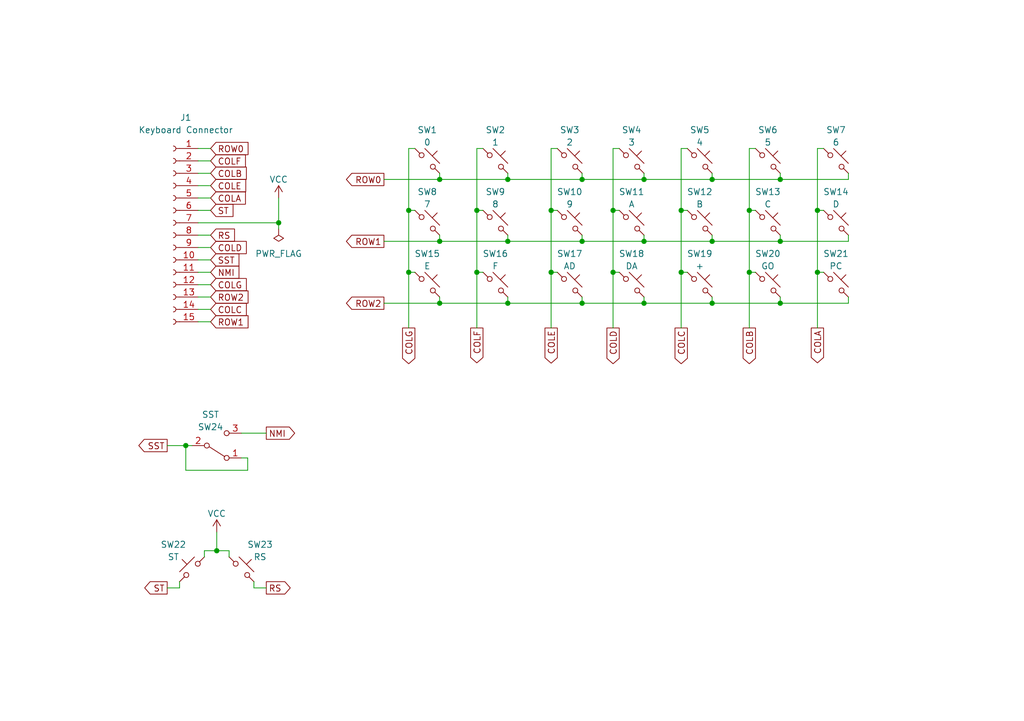
<source format=kicad_sch>
(kicad_sch (version 20230121) (generator eeschema)

  (uuid 27062ed2-288b-46f6-8f17-d81362ab4015)

  (paper "A5")

  (lib_symbols
    (symbol "Connector:Conn_01x15_Socket" (pin_names (offset 1.016) hide) (in_bom yes) (on_board yes)
      (property "Reference" "J" (at 0 20.32 0)
        (effects (font (size 1.27 1.27)))
      )
      (property "Value" "Conn_01x15_Socket" (at 0 -20.32 0)
        (effects (font (size 1.27 1.27)))
      )
      (property "Footprint" "" (at 0 0 0)
        (effects (font (size 1.27 1.27)) hide)
      )
      (property "Datasheet" "~" (at 0 0 0)
        (effects (font (size 1.27 1.27)) hide)
      )
      (property "ki_locked" "" (at 0 0 0)
        (effects (font (size 1.27 1.27)))
      )
      (property "ki_keywords" "connector" (at 0 0 0)
        (effects (font (size 1.27 1.27)) hide)
      )
      (property "ki_description" "Generic connector, single row, 01x15, script generated" (at 0 0 0)
        (effects (font (size 1.27 1.27)) hide)
      )
      (property "ki_fp_filters" "Connector*:*_1x??_*" (at 0 0 0)
        (effects (font (size 1.27 1.27)) hide)
      )
      (symbol "Conn_01x15_Socket_1_1"
        (arc (start 0 -17.272) (mid -0.5058 -17.78) (end 0 -18.288)
          (stroke (width 0.1524) (type default))
          (fill (type none))
        )
        (arc (start 0 -14.732) (mid -0.5058 -15.24) (end 0 -15.748)
          (stroke (width 0.1524) (type default))
          (fill (type none))
        )
        (arc (start 0 -12.192) (mid -0.5058 -12.7) (end 0 -13.208)
          (stroke (width 0.1524) (type default))
          (fill (type none))
        )
        (arc (start 0 -9.652) (mid -0.5058 -10.16) (end 0 -10.668)
          (stroke (width 0.1524) (type default))
          (fill (type none))
        )
        (arc (start 0 -7.112) (mid -0.5058 -7.62) (end 0 -8.128)
          (stroke (width 0.1524) (type default))
          (fill (type none))
        )
        (arc (start 0 -4.572) (mid -0.5058 -5.08) (end 0 -5.588)
          (stroke (width 0.1524) (type default))
          (fill (type none))
        )
        (arc (start 0 -2.032) (mid -0.5058 -2.54) (end 0 -3.048)
          (stroke (width 0.1524) (type default))
          (fill (type none))
        )
        (polyline
          (pts
            (xy -1.27 -17.78)
            (xy -0.508 -17.78)
          )
          (stroke (width 0.1524) (type default))
          (fill (type none))
        )
        (polyline
          (pts
            (xy -1.27 -15.24)
            (xy -0.508 -15.24)
          )
          (stroke (width 0.1524) (type default))
          (fill (type none))
        )
        (polyline
          (pts
            (xy -1.27 -12.7)
            (xy -0.508 -12.7)
          )
          (stroke (width 0.1524) (type default))
          (fill (type none))
        )
        (polyline
          (pts
            (xy -1.27 -10.16)
            (xy -0.508 -10.16)
          )
          (stroke (width 0.1524) (type default))
          (fill (type none))
        )
        (polyline
          (pts
            (xy -1.27 -7.62)
            (xy -0.508 -7.62)
          )
          (stroke (width 0.1524) (type default))
          (fill (type none))
        )
        (polyline
          (pts
            (xy -1.27 -5.08)
            (xy -0.508 -5.08)
          )
          (stroke (width 0.1524) (type default))
          (fill (type none))
        )
        (polyline
          (pts
            (xy -1.27 -2.54)
            (xy -0.508 -2.54)
          )
          (stroke (width 0.1524) (type default))
          (fill (type none))
        )
        (polyline
          (pts
            (xy -1.27 0)
            (xy -0.508 0)
          )
          (stroke (width 0.1524) (type default))
          (fill (type none))
        )
        (polyline
          (pts
            (xy -1.27 2.54)
            (xy -0.508 2.54)
          )
          (stroke (width 0.1524) (type default))
          (fill (type none))
        )
        (polyline
          (pts
            (xy -1.27 5.08)
            (xy -0.508 5.08)
          )
          (stroke (width 0.1524) (type default))
          (fill (type none))
        )
        (polyline
          (pts
            (xy -1.27 7.62)
            (xy -0.508 7.62)
          )
          (stroke (width 0.1524) (type default))
          (fill (type none))
        )
        (polyline
          (pts
            (xy -1.27 10.16)
            (xy -0.508 10.16)
          )
          (stroke (width 0.1524) (type default))
          (fill (type none))
        )
        (polyline
          (pts
            (xy -1.27 12.7)
            (xy -0.508 12.7)
          )
          (stroke (width 0.1524) (type default))
          (fill (type none))
        )
        (polyline
          (pts
            (xy -1.27 15.24)
            (xy -0.508 15.24)
          )
          (stroke (width 0.1524) (type default))
          (fill (type none))
        )
        (polyline
          (pts
            (xy -1.27 17.78)
            (xy -0.508 17.78)
          )
          (stroke (width 0.1524) (type default))
          (fill (type none))
        )
        (arc (start 0 0.508) (mid -0.5058 0) (end 0 -0.508)
          (stroke (width 0.1524) (type default))
          (fill (type none))
        )
        (arc (start 0 3.048) (mid -0.5058 2.54) (end 0 2.032)
          (stroke (width 0.1524) (type default))
          (fill (type none))
        )
        (arc (start 0 5.588) (mid -0.5058 5.08) (end 0 4.572)
          (stroke (width 0.1524) (type default))
          (fill (type none))
        )
        (arc (start 0 8.128) (mid -0.5058 7.62) (end 0 7.112)
          (stroke (width 0.1524) (type default))
          (fill (type none))
        )
        (arc (start 0 10.668) (mid -0.5058 10.16) (end 0 9.652)
          (stroke (width 0.1524) (type default))
          (fill (type none))
        )
        (arc (start 0 13.208) (mid -0.5058 12.7) (end 0 12.192)
          (stroke (width 0.1524) (type default))
          (fill (type none))
        )
        (arc (start 0 15.748) (mid -0.5058 15.24) (end 0 14.732)
          (stroke (width 0.1524) (type default))
          (fill (type none))
        )
        (arc (start 0 18.288) (mid -0.5058 17.78) (end 0 17.272)
          (stroke (width 0.1524) (type default))
          (fill (type none))
        )
        (pin passive line (at -5.08 17.78 0) (length 3.81)
          (name "Pin_1" (effects (font (size 1.27 1.27))))
          (number "1" (effects (font (size 1.27 1.27))))
        )
        (pin passive line (at -5.08 -5.08 0) (length 3.81)
          (name "Pin_10" (effects (font (size 1.27 1.27))))
          (number "10" (effects (font (size 1.27 1.27))))
        )
        (pin passive line (at -5.08 -7.62 0) (length 3.81)
          (name "Pin_11" (effects (font (size 1.27 1.27))))
          (number "11" (effects (font (size 1.27 1.27))))
        )
        (pin passive line (at -5.08 -10.16 0) (length 3.81)
          (name "Pin_12" (effects (font (size 1.27 1.27))))
          (number "12" (effects (font (size 1.27 1.27))))
        )
        (pin passive line (at -5.08 -12.7 0) (length 3.81)
          (name "Pin_13" (effects (font (size 1.27 1.27))))
          (number "13" (effects (font (size 1.27 1.27))))
        )
        (pin passive line (at -5.08 -15.24 0) (length 3.81)
          (name "Pin_14" (effects (font (size 1.27 1.27))))
          (number "14" (effects (font (size 1.27 1.27))))
        )
        (pin passive line (at -5.08 -17.78 0) (length 3.81)
          (name "Pin_15" (effects (font (size 1.27 1.27))))
          (number "15" (effects (font (size 1.27 1.27))))
        )
        (pin passive line (at -5.08 15.24 0) (length 3.81)
          (name "Pin_2" (effects (font (size 1.27 1.27))))
          (number "2" (effects (font (size 1.27 1.27))))
        )
        (pin passive line (at -5.08 12.7 0) (length 3.81)
          (name "Pin_3" (effects (font (size 1.27 1.27))))
          (number "3" (effects (font (size 1.27 1.27))))
        )
        (pin passive line (at -5.08 10.16 0) (length 3.81)
          (name "Pin_4" (effects (font (size 1.27 1.27))))
          (number "4" (effects (font (size 1.27 1.27))))
        )
        (pin passive line (at -5.08 7.62 0) (length 3.81)
          (name "Pin_5" (effects (font (size 1.27 1.27))))
          (number "5" (effects (font (size 1.27 1.27))))
        )
        (pin passive line (at -5.08 5.08 0) (length 3.81)
          (name "Pin_6" (effects (font (size 1.27 1.27))))
          (number "6" (effects (font (size 1.27 1.27))))
        )
        (pin passive line (at -5.08 2.54 0) (length 3.81)
          (name "Pin_7" (effects (font (size 1.27 1.27))))
          (number "7" (effects (font (size 1.27 1.27))))
        )
        (pin passive line (at -5.08 0 0) (length 3.81)
          (name "Pin_8" (effects (font (size 1.27 1.27))))
          (number "8" (effects (font (size 1.27 1.27))))
        )
        (pin passive line (at -5.08 -2.54 0) (length 3.81)
          (name "Pin_9" (effects (font (size 1.27 1.27))))
          (number "9" (effects (font (size 1.27 1.27))))
        )
      )
    )
    (symbol "Switch:SW_Push_45deg" (pin_numbers hide) (pin_names (offset 1.016) hide) (in_bom yes) (on_board yes)
      (property "Reference" "SW" (at 3.048 1.016 0)
        (effects (font (size 1.27 1.27)) (justify left))
      )
      (property "Value" "SW_Push_45deg" (at 0 -3.81 0)
        (effects (font (size 1.27 1.27)))
      )
      (property "Footprint" "" (at 0 0 0)
        (effects (font (size 1.27 1.27)) hide)
      )
      (property "Datasheet" "~" (at 0 0 0)
        (effects (font (size 1.27 1.27)) hide)
      )
      (property "ki_keywords" "switch normally-open pushbutton push-button" (at 0 0 0)
        (effects (font (size 1.27 1.27)) hide)
      )
      (property "ki_description" "Push button switch, normally open, two pins, 45° tilted" (at 0 0 0)
        (effects (font (size 1.27 1.27)) hide)
      )
      (symbol "SW_Push_45deg_0_1"
        (circle (center -1.1684 1.1684) (radius 0.508)
          (stroke (width 0) (type default))
          (fill (type none))
        )
        (polyline
          (pts
            (xy -0.508 2.54)
            (xy 2.54 -0.508)
          )
          (stroke (width 0) (type default))
          (fill (type none))
        )
        (polyline
          (pts
            (xy 1.016 1.016)
            (xy 2.032 2.032)
          )
          (stroke (width 0) (type default))
          (fill (type none))
        )
        (polyline
          (pts
            (xy -2.54 2.54)
            (xy -1.524 1.524)
            (xy -1.524 1.524)
          )
          (stroke (width 0) (type default))
          (fill (type none))
        )
        (polyline
          (pts
            (xy 1.524 -1.524)
            (xy 2.54 -2.54)
            (xy 2.54 -2.54)
            (xy 2.54 -2.54)
          )
          (stroke (width 0) (type default))
          (fill (type none))
        )
        (circle (center 1.143 -1.1938) (radius 0.508)
          (stroke (width 0) (type default))
          (fill (type none))
        )
        (pin passive line (at -2.54 2.54 0) (length 0)
          (name "1" (effects (font (size 1.27 1.27))))
          (number "1" (effects (font (size 1.27 1.27))))
        )
        (pin passive line (at 2.54 -2.54 180) (length 0)
          (name "2" (effects (font (size 1.27 1.27))))
          (number "2" (effects (font (size 1.27 1.27))))
        )
      )
    )
    (symbol "Switch:SW_SPDT" (pin_names (offset 0) hide) (in_bom yes) (on_board yes)
      (property "Reference" "SW" (at 0 4.318 0)
        (effects (font (size 1.27 1.27)))
      )
      (property "Value" "SW_SPDT" (at 0 -5.08 0)
        (effects (font (size 1.27 1.27)))
      )
      (property "Footprint" "" (at 0 0 0)
        (effects (font (size 1.27 1.27)) hide)
      )
      (property "Datasheet" "~" (at 0 0 0)
        (effects (font (size 1.27 1.27)) hide)
      )
      (property "ki_keywords" "switch single-pole double-throw spdt ON-ON" (at 0 0 0)
        (effects (font (size 1.27 1.27)) hide)
      )
      (property "ki_description" "Switch, single pole double throw" (at 0 0 0)
        (effects (font (size 1.27 1.27)) hide)
      )
      (symbol "SW_SPDT_0_0"
        (circle (center -2.032 0) (radius 0.508)
          (stroke (width 0) (type default))
          (fill (type none))
        )
        (circle (center 2.032 -2.54) (radius 0.508)
          (stroke (width 0) (type default))
          (fill (type none))
        )
      )
      (symbol "SW_SPDT_0_1"
        (polyline
          (pts
            (xy -1.524 0.254)
            (xy 1.651 2.286)
          )
          (stroke (width 0) (type default))
          (fill (type none))
        )
        (circle (center 2.032 2.54) (radius 0.508)
          (stroke (width 0) (type default))
          (fill (type none))
        )
      )
      (symbol "SW_SPDT_1_1"
        (pin passive line (at 5.08 2.54 180) (length 2.54)
          (name "A" (effects (font (size 1.27 1.27))))
          (number "1" (effects (font (size 1.27 1.27))))
        )
        (pin passive line (at -5.08 0 0) (length 2.54)
          (name "B" (effects (font (size 1.27 1.27))))
          (number "2" (effects (font (size 1.27 1.27))))
        )
        (pin passive line (at 5.08 -2.54 180) (length 2.54)
          (name "C" (effects (font (size 1.27 1.27))))
          (number "3" (effects (font (size 1.27 1.27))))
        )
      )
    )
    (symbol "power:PWR_FLAG" (power) (pin_numbers hide) (pin_names (offset 0) hide) (in_bom yes) (on_board yes)
      (property "Reference" "#FLG" (at 0 1.905 0)
        (effects (font (size 1.27 1.27)) hide)
      )
      (property "Value" "PWR_FLAG" (at 0 3.81 0)
        (effects (font (size 1.27 1.27)))
      )
      (property "Footprint" "" (at 0 0 0)
        (effects (font (size 1.27 1.27)) hide)
      )
      (property "Datasheet" "~" (at 0 0 0)
        (effects (font (size 1.27 1.27)) hide)
      )
      (property "ki_keywords" "flag power" (at 0 0 0)
        (effects (font (size 1.27 1.27)) hide)
      )
      (property "ki_description" "Special symbol for telling ERC where power comes from" (at 0 0 0)
        (effects (font (size 1.27 1.27)) hide)
      )
      (symbol "PWR_FLAG_0_0"
        (pin power_out line (at 0 0 90) (length 0)
          (name "pwr" (effects (font (size 1.27 1.27))))
          (number "1" (effects (font (size 1.27 1.27))))
        )
      )
      (symbol "PWR_FLAG_0_1"
        (polyline
          (pts
            (xy 0 0)
            (xy 0 1.27)
            (xy -1.016 1.905)
            (xy 0 2.54)
            (xy 1.016 1.905)
            (xy 0 1.27)
          )
          (stroke (width 0) (type default))
          (fill (type none))
        )
      )
    )
    (symbol "power:VCC" (power) (pin_names (offset 0)) (in_bom yes) (on_board yes)
      (property "Reference" "#PWR" (at 0 -3.81 0)
        (effects (font (size 1.27 1.27)) hide)
      )
      (property "Value" "VCC" (at 0 3.81 0)
        (effects (font (size 1.27 1.27)))
      )
      (property "Footprint" "" (at 0 0 0)
        (effects (font (size 1.27 1.27)) hide)
      )
      (property "Datasheet" "" (at 0 0 0)
        (effects (font (size 1.27 1.27)) hide)
      )
      (property "ki_keywords" "global power" (at 0 0 0)
        (effects (font (size 1.27 1.27)) hide)
      )
      (property "ki_description" "Power symbol creates a global label with name \"VCC\"" (at 0 0 0)
        (effects (font (size 1.27 1.27)) hide)
      )
      (symbol "VCC_0_1"
        (polyline
          (pts
            (xy -0.762 1.27)
            (xy 0 2.54)
          )
          (stroke (width 0) (type default))
          (fill (type none))
        )
        (polyline
          (pts
            (xy 0 0)
            (xy 0 2.54)
          )
          (stroke (width 0) (type default))
          (fill (type none))
        )
        (polyline
          (pts
            (xy 0 2.54)
            (xy 0.762 1.27)
          )
          (stroke (width 0) (type default))
          (fill (type none))
        )
      )
      (symbol "VCC_1_1"
        (pin power_in line (at 0 0 90) (length 0) hide
          (name "VCC" (effects (font (size 1.27 1.27))))
          (number "1" (effects (font (size 1.27 1.27))))
        )
      )
    )
  )

  (junction (at 153.67 43.18) (diameter 0) (color 0 0 0 0)
    (uuid 118c1b4d-7d48-4309-b206-e3cd1ff363aa)
  )
  (junction (at 104.14 62.23) (diameter 0) (color 0 0 0 0)
    (uuid 16fe0a89-30c6-4533-8d7b-ceb4148d0f05)
  )
  (junction (at 132.08 62.23) (diameter 0) (color 0 0 0 0)
    (uuid 32aecede-49bf-46b0-9676-c043cc4f2421)
  )
  (junction (at 167.64 43.18) (diameter 0) (color 0 0 0 0)
    (uuid 335717b3-e8bd-4328-a20d-007953d43cc3)
  )
  (junction (at 119.38 49.53) (diameter 0) (color 0 0 0 0)
    (uuid 4996771c-abab-4d55-92ca-e1a6f76447f4)
  )
  (junction (at 153.67 55.88) (diameter 0) (color 0 0 0 0)
    (uuid 49ec5884-d59a-4350-9dbb-c91f7f0fd990)
  )
  (junction (at 160.02 49.53) (diameter 0) (color 0 0 0 0)
    (uuid 529f337d-4426-4745-a4b0-19b2d884a997)
  )
  (junction (at 90.17 36.83) (diameter 0) (color 0 0 0 0)
    (uuid 58050efb-9163-4737-a862-e267226d38f0)
  )
  (junction (at 119.38 36.83) (diameter 0) (color 0 0 0 0)
    (uuid 58f65e17-1fdf-4096-a679-8a2a46b1b133)
  )
  (junction (at 83.82 55.88) (diameter 0) (color 0 0 0 0)
    (uuid 5b065ce3-52a7-4cc0-8377-5b338e212bfa)
  )
  (junction (at 139.7 43.18) (diameter 0) (color 0 0 0 0)
    (uuid 5c3ae8dc-1f2e-42c6-b74d-e448092195e4)
  )
  (junction (at 104.14 36.83) (diameter 0) (color 0 0 0 0)
    (uuid 6c90c634-7bbd-47a2-8c76-a0aa55020d61)
  )
  (junction (at 57.15 45.72) (diameter 0) (color 0 0 0 0)
    (uuid 6d5c1b8b-cccb-42bf-a108-c316c436f5f1)
  )
  (junction (at 97.79 55.88) (diameter 0) (color 0 0 0 0)
    (uuid 6faf1faa-dc93-436c-a05d-2001fba10603)
  )
  (junction (at 146.05 36.83) (diameter 0) (color 0 0 0 0)
    (uuid 73d51824-ff97-484e-9fe2-e471ef30f21d)
  )
  (junction (at 167.64 55.88) (diameter 0) (color 0 0 0 0)
    (uuid 838842bd-38f2-4147-b511-53f2a6083e41)
  )
  (junction (at 119.38 62.23) (diameter 0) (color 0 0 0 0)
    (uuid 86873090-82c0-410d-86cb-4f7f1f108b81)
  )
  (junction (at 83.82 43.18) (diameter 0) (color 0 0 0 0)
    (uuid 9aeb7daa-4ad6-481f-83e9-31299341a38e)
  )
  (junction (at 132.08 49.53) (diameter 0) (color 0 0 0 0)
    (uuid 9f6b2c18-dee7-47e1-b35a-7390df3c8f16)
  )
  (junction (at 132.08 36.83) (diameter 0) (color 0 0 0 0)
    (uuid a0c2eb3d-7b8f-4464-ad5d-710ec2dc7ce7)
  )
  (junction (at 44.45 113.03) (diameter 0) (color 0 0 0 0)
    (uuid a0cf325e-d54d-4604-a082-25688f63808f)
  )
  (junction (at 125.73 43.18) (diameter 0) (color 0 0 0 0)
    (uuid a2b66910-c6ab-42d2-b88a-8e2a0832ea80)
  )
  (junction (at 113.03 43.18) (diameter 0) (color 0 0 0 0)
    (uuid ba5c8ca4-8620-4632-b324-b0d1042bdff5)
  )
  (junction (at 104.14 49.53) (diameter 0) (color 0 0 0 0)
    (uuid c1c03595-9e15-44d7-bd79-0e951339a306)
  )
  (junction (at 113.03 55.88) (diameter 0) (color 0 0 0 0)
    (uuid c8af0db6-7123-4e4b-b310-31371c29f671)
  )
  (junction (at 146.05 49.53) (diameter 0) (color 0 0 0 0)
    (uuid d5e197e4-676d-4c5e-b824-817eebcae25e)
  )
  (junction (at 125.73 55.88) (diameter 0) (color 0 0 0 0)
    (uuid d6676e60-5820-458d-8089-d448cd45c0ba)
  )
  (junction (at 38.1 91.44) (diameter 0) (color 0 0 0 0)
    (uuid d77d28be-e738-401a-bdf9-4c28b93c2eda)
  )
  (junction (at 160.02 62.23) (diameter 0) (color 0 0 0 0)
    (uuid d7fb1863-8795-4764-9c63-3f26be30e837)
  )
  (junction (at 97.79 43.18) (diameter 0) (color 0 0 0 0)
    (uuid e31b42a1-bf75-439d-b490-b3be0dc7bf55)
  )
  (junction (at 139.7 55.88) (diameter 0) (color 0 0 0 0)
    (uuid e7f97347-c8d1-4a31-b73c-a235de1fd490)
  )
  (junction (at 146.05 62.23) (diameter 0) (color 0 0 0 0)
    (uuid e90d236d-ce28-4448-8a36-331d240fae36)
  )
  (junction (at 160.02 36.83) (diameter 0) (color 0 0 0 0)
    (uuid ee5ca9b9-8938-4055-bf25-0bedf34ea98f)
  )
  (junction (at 90.17 62.23) (diameter 0) (color 0 0 0 0)
    (uuid f10121ea-76a9-41a4-ab64-83d09ea56518)
  )
  (junction (at 90.17 49.53) (diameter 0) (color 0 0 0 0)
    (uuid fdfc58ec-0100-4954-b3e5-8fb4cbd88664)
  )

  (wire (pts (xy 113.03 43.18) (xy 113.03 55.88))
    (stroke (width 0) (type default))
    (uuid 054c5f27-eeb2-4f06-a9d2-3e1aec7433f7)
  )
  (wire (pts (xy 38.1 96.52) (xy 50.8 96.52))
    (stroke (width 0) (type default))
    (uuid 05f0ed48-793f-4857-82b8-7c947f5b17bb)
  )
  (wire (pts (xy 140.97 30.48) (xy 139.7 30.48))
    (stroke (width 0) (type default))
    (uuid 063a87c2-15d3-4312-999f-050a6b804a45)
  )
  (wire (pts (xy 160.02 48.26) (xy 160.02 49.53))
    (stroke (width 0) (type default))
    (uuid 0660d3a3-c8d8-4870-b349-e21a7e55cfa5)
  )
  (wire (pts (xy 40.64 53.34) (xy 43.18 53.34))
    (stroke (width 0) (type default))
    (uuid 08136fe9-523c-4dc9-a487-6b6e8bd32792)
  )
  (wire (pts (xy 54.61 120.65) (xy 52.07 120.65))
    (stroke (width 0) (type default))
    (uuid 086f836e-c1f4-400b-b3b6-065a9a954b30)
  )
  (wire (pts (xy 41.91 114.3) (xy 41.91 113.03))
    (stroke (width 0) (type default))
    (uuid 0a7a82eb-ce7d-4fdf-bfce-ad43d7feb96c)
  )
  (wire (pts (xy 104.14 48.26) (xy 104.14 49.53))
    (stroke (width 0) (type default))
    (uuid 0b96e418-7c58-4b8c-b021-287d787c3579)
  )
  (wire (pts (xy 34.29 120.65) (xy 36.83 120.65))
    (stroke (width 0) (type default))
    (uuid 0c07402f-e787-4dba-ae4c-417fd5b61a25)
  )
  (wire (pts (xy 127 30.48) (xy 125.73 30.48))
    (stroke (width 0) (type default))
    (uuid 1069ee40-abd5-4f03-89c8-7c9df656562c)
  )
  (wire (pts (xy 173.99 36.83) (xy 173.99 35.56))
    (stroke (width 0) (type default))
    (uuid 1076b2e6-060d-435a-90d6-f48aa3be2df2)
  )
  (wire (pts (xy 146.05 36.83) (xy 160.02 36.83))
    (stroke (width 0) (type default))
    (uuid 116511d4-34d8-4f8c-8f2d-d921d177390f)
  )
  (wire (pts (xy 83.82 55.88) (xy 85.09 55.88))
    (stroke (width 0) (type default))
    (uuid 126667d8-5ecc-4fcd-a277-670f3a3075d2)
  )
  (wire (pts (xy 168.91 30.48) (xy 167.64 30.48))
    (stroke (width 0) (type default))
    (uuid 140f9dc0-cedf-4a81-8e2e-f59507cf300a)
  )
  (wire (pts (xy 90.17 36.83) (xy 104.14 36.83))
    (stroke (width 0) (type default))
    (uuid 15b7f70f-7cf0-449e-8cad-54652e123415)
  )
  (wire (pts (xy 104.14 35.56) (xy 104.14 36.83))
    (stroke (width 0) (type default))
    (uuid 18cb6647-8096-4fcb-b4bc-2075a0be9654)
  )
  (wire (pts (xy 40.64 40.64) (xy 43.18 40.64))
    (stroke (width 0) (type default))
    (uuid 191837c6-763b-45e8-8981-02be16878a76)
  )
  (wire (pts (xy 40.64 55.88) (xy 43.18 55.88))
    (stroke (width 0) (type default))
    (uuid 1c09ae19-40b6-4f0e-94eb-97e8176f5cd2)
  )
  (wire (pts (xy 57.15 45.72) (xy 57.15 40.64))
    (stroke (width 0) (type default))
    (uuid 1cc98f37-f71c-4c75-be4a-04c0a4c62c61)
  )
  (wire (pts (xy 40.64 38.1) (xy 43.18 38.1))
    (stroke (width 0) (type default))
    (uuid 1fbb0033-145c-474f-a3c1-7aa4136d22e8)
  )
  (wire (pts (xy 104.14 36.83) (xy 119.38 36.83))
    (stroke (width 0) (type default))
    (uuid 203e628b-2369-4a53-971e-4b28371fe3a7)
  )
  (wire (pts (xy 139.7 43.18) (xy 140.97 43.18))
    (stroke (width 0) (type default))
    (uuid 21f09545-d0cd-43ac-aa6f-687c4bb3fcf4)
  )
  (wire (pts (xy 85.09 30.48) (xy 83.82 30.48))
    (stroke (width 0) (type default))
    (uuid 2422ae27-50ff-4a59-9c15-60a37efd7dc9)
  )
  (wire (pts (xy 50.8 93.98) (xy 49.53 93.98))
    (stroke (width 0) (type default))
    (uuid 29b8b015-9aab-4b7d-99be-c2c2107f1061)
  )
  (wire (pts (xy 153.67 30.48) (xy 153.67 43.18))
    (stroke (width 0) (type default))
    (uuid 2c3f6f68-445e-46dd-85f9-2747d6a5a384)
  )
  (wire (pts (xy 125.73 43.18) (xy 127 43.18))
    (stroke (width 0) (type default))
    (uuid 368fde8e-c82f-4d20-a751-f19f169a6ef7)
  )
  (wire (pts (xy 34.29 91.44) (xy 38.1 91.44))
    (stroke (width 0) (type default))
    (uuid 38095ad6-75b2-4e14-b7c2-fdec6253ab7a)
  )
  (wire (pts (xy 139.7 55.88) (xy 140.97 55.88))
    (stroke (width 0) (type default))
    (uuid 3b44d78f-d4b5-4333-84e7-fa059db50e07)
  )
  (wire (pts (xy 167.64 55.88) (xy 167.64 67.31))
    (stroke (width 0) (type default))
    (uuid 43353ca5-4774-4649-8bb2-123a66c87d78)
  )
  (wire (pts (xy 113.03 55.88) (xy 114.3 55.88))
    (stroke (width 0) (type default))
    (uuid 4424e61a-e399-462f-8cbc-4d240fee6a5f)
  )
  (wire (pts (xy 153.67 43.18) (xy 154.94 43.18))
    (stroke (width 0) (type default))
    (uuid 494f5f36-3079-4894-91dc-d7740d90908c)
  )
  (wire (pts (xy 132.08 48.26) (xy 132.08 49.53))
    (stroke (width 0) (type default))
    (uuid 4c0d8861-c310-4b35-a870-5f7a5dd1a27a)
  )
  (wire (pts (xy 125.73 55.88) (xy 127 55.88))
    (stroke (width 0) (type default))
    (uuid 4d94fc9d-eb47-4f11-a162-b21c01889ef9)
  )
  (wire (pts (xy 132.08 62.23) (xy 146.05 62.23))
    (stroke (width 0) (type default))
    (uuid 4f1e60c6-5f68-456f-91b0-bebcfb419ab2)
  )
  (wire (pts (xy 153.67 43.18) (xy 153.67 55.88))
    (stroke (width 0) (type default))
    (uuid 51a07439-6756-4984-9519-fa6a29384669)
  )
  (wire (pts (xy 57.15 45.72) (xy 57.15 46.99))
    (stroke (width 0) (type default))
    (uuid 522c0f5c-6f27-447f-97ec-349b55fd0b70)
  )
  (wire (pts (xy 113.03 30.48) (xy 113.03 43.18))
    (stroke (width 0) (type default))
    (uuid 568530ef-7d9b-407e-9d52-c25dc37ddd9c)
  )
  (wire (pts (xy 167.64 55.88) (xy 168.91 55.88))
    (stroke (width 0) (type default))
    (uuid 570fe4bd-0cb8-4a93-8792-53674cf501c7)
  )
  (wire (pts (xy 83.82 43.18) (xy 85.09 43.18))
    (stroke (width 0) (type default))
    (uuid 5a0eefc2-344b-4569-8c1f-5fa60ad4e6d7)
  )
  (wire (pts (xy 119.38 48.26) (xy 119.38 49.53))
    (stroke (width 0) (type default))
    (uuid 5a2c7ddc-d9f2-4c54-82af-c671bb1487bc)
  )
  (wire (pts (xy 146.05 35.56) (xy 146.05 36.83))
    (stroke (width 0) (type default))
    (uuid 5c5d5701-2fc1-4437-bcb5-38b3e8c878be)
  )
  (wire (pts (xy 40.64 30.48) (xy 43.18 30.48))
    (stroke (width 0) (type default))
    (uuid 62b5d880-fe4d-48f4-acd7-8d431bfc51b2)
  )
  (wire (pts (xy 40.64 58.42) (xy 43.18 58.42))
    (stroke (width 0) (type default))
    (uuid 660c413b-5921-4f6c-aa1f-de0ea3e21003)
  )
  (wire (pts (xy 40.64 33.02) (xy 43.18 33.02))
    (stroke (width 0) (type default))
    (uuid 665bc41b-1fa6-4c07-b170-9a33c8371e61)
  )
  (wire (pts (xy 132.08 35.56) (xy 132.08 36.83))
    (stroke (width 0) (type default))
    (uuid 68f111e2-808a-4353-81e8-63267125dfcb)
  )
  (wire (pts (xy 40.64 63.5) (xy 43.18 63.5))
    (stroke (width 0) (type default))
    (uuid 6bad96d1-f51a-4c40-800a-34c00f4ece41)
  )
  (wire (pts (xy 104.14 49.53) (xy 119.38 49.53))
    (stroke (width 0) (type default))
    (uuid 6cf79d4b-c625-4c50-b527-2a8de1bf938b)
  )
  (wire (pts (xy 125.73 43.18) (xy 125.73 55.88))
    (stroke (width 0) (type default))
    (uuid 6f473061-1d74-482e-a844-223e289ab81f)
  )
  (wire (pts (xy 97.79 55.88) (xy 99.06 55.88))
    (stroke (width 0) (type default))
    (uuid 7210fdd0-ee01-4611-af84-124ff6e8b855)
  )
  (wire (pts (xy 139.7 43.18) (xy 139.7 55.88))
    (stroke (width 0) (type default))
    (uuid 7606452e-9c9c-4bf7-bdbd-da88e100fd5e)
  )
  (wire (pts (xy 119.38 60.96) (xy 119.38 62.23))
    (stroke (width 0) (type default))
    (uuid 76f50890-362c-4f87-bedd-a3f19f025d17)
  )
  (wire (pts (xy 154.94 30.48) (xy 153.67 30.48))
    (stroke (width 0) (type default))
    (uuid 77c1e75c-eea0-49d3-a7ab-c93368c2eed9)
  )
  (wire (pts (xy 104.14 62.23) (xy 119.38 62.23))
    (stroke (width 0) (type default))
    (uuid 79237046-e926-41bc-beca-3f6442078cd3)
  )
  (wire (pts (xy 44.45 109.22) (xy 44.45 113.03))
    (stroke (width 0) (type default))
    (uuid 7a8c3f1f-59bb-4c77-b09a-5ea921136184)
  )
  (wire (pts (xy 90.17 62.23) (xy 104.14 62.23))
    (stroke (width 0) (type default))
    (uuid 7d13f9a7-6ebc-4973-ae1c-18849ef07f8d)
  )
  (wire (pts (xy 97.79 30.48) (xy 97.79 43.18))
    (stroke (width 0) (type default))
    (uuid 819039a1-f038-426e-baab-aa810931f7c5)
  )
  (wire (pts (xy 90.17 60.96) (xy 90.17 62.23))
    (stroke (width 0) (type default))
    (uuid 835d9e4d-8b5a-4ed8-ae9b-1d0994ef05d3)
  )
  (wire (pts (xy 83.82 30.48) (xy 83.82 43.18))
    (stroke (width 0) (type default))
    (uuid 8982bfde-4874-43cd-8723-33a4a1e7de19)
  )
  (wire (pts (xy 167.64 30.48) (xy 167.64 43.18))
    (stroke (width 0) (type default))
    (uuid 89ef6911-4b93-4c94-9532-20503309f1da)
  )
  (wire (pts (xy 78.74 36.83) (xy 90.17 36.83))
    (stroke (width 0) (type default))
    (uuid 8bb2e6d5-e141-4bfa-88e0-41ae490b31a8)
  )
  (wire (pts (xy 40.64 35.56) (xy 43.18 35.56))
    (stroke (width 0) (type default))
    (uuid 8d7e7646-daf0-4405-af86-dc4517feb80f)
  )
  (wire (pts (xy 90.17 49.53) (xy 104.14 49.53))
    (stroke (width 0) (type default))
    (uuid 8f223ec9-7eae-4820-8313-e4e5ac32b11e)
  )
  (wire (pts (xy 39.37 91.44) (xy 38.1 91.44))
    (stroke (width 0) (type default))
    (uuid 957cdd66-5bd7-4435-9b5b-68651cb64763)
  )
  (wire (pts (xy 97.79 43.18) (xy 99.06 43.18))
    (stroke (width 0) (type default))
    (uuid 95c7f01b-994f-4bfa-8772-a07ad407f9b6)
  )
  (wire (pts (xy 99.06 30.48) (xy 97.79 30.48))
    (stroke (width 0) (type default))
    (uuid 95d37c37-74ff-4e3e-adc9-6dd56132aa95)
  )
  (wire (pts (xy 97.79 55.88) (xy 97.79 67.31))
    (stroke (width 0) (type default))
    (uuid 97183232-9090-4aa8-aa20-4813ca68a44a)
  )
  (wire (pts (xy 113.03 43.18) (xy 114.3 43.18))
    (stroke (width 0) (type default))
    (uuid 97acbb48-5d30-49c4-a36b-6bc18341aa2e)
  )
  (wire (pts (xy 160.02 60.96) (xy 160.02 62.23))
    (stroke (width 0) (type default))
    (uuid 989acb85-5413-4958-8862-47a2b0a7ced9)
  )
  (wire (pts (xy 132.08 60.96) (xy 132.08 62.23))
    (stroke (width 0) (type default))
    (uuid 99ff46ca-fd1f-4972-92d2-3def120cf7ee)
  )
  (wire (pts (xy 119.38 49.53) (xy 132.08 49.53))
    (stroke (width 0) (type default))
    (uuid 9ad39997-4ca3-40e1-9c4d-7c34e42c1b73)
  )
  (wire (pts (xy 113.03 55.88) (xy 113.03 67.31))
    (stroke (width 0) (type default))
    (uuid 9d22fc02-997f-49e7-a706-ede012ef5cb7)
  )
  (wire (pts (xy 44.45 113.03) (xy 46.99 113.03))
    (stroke (width 0) (type default))
    (uuid a11d31ab-ff0a-4432-ad05-44915eb5baa5)
  )
  (wire (pts (xy 49.53 88.9) (xy 54.61 88.9))
    (stroke (width 0) (type default))
    (uuid a1bd3d24-5842-49d8-afbd-02ef40f9b1b9)
  )
  (wire (pts (xy 83.82 55.88) (xy 83.82 67.31))
    (stroke (width 0) (type default))
    (uuid a5387061-f6ec-44cf-9fd1-55a5d924528f)
  )
  (wire (pts (xy 119.38 35.56) (xy 119.38 36.83))
    (stroke (width 0) (type default))
    (uuid a6d51e9d-91db-49bf-ad9e-34c38fe5fcfa)
  )
  (wire (pts (xy 132.08 49.53) (xy 146.05 49.53))
    (stroke (width 0) (type default))
    (uuid a7ad3730-5a26-4ddd-adeb-a6c323234c85)
  )
  (wire (pts (xy 146.05 60.96) (xy 146.05 62.23))
    (stroke (width 0) (type default))
    (uuid ad27a3d7-de03-483b-8ee0-771b4356e438)
  )
  (wire (pts (xy 173.99 62.23) (xy 173.99 60.96))
    (stroke (width 0) (type default))
    (uuid ad4766b1-d759-40ec-a4e5-f8d5f9e13bc0)
  )
  (wire (pts (xy 153.67 55.88) (xy 154.94 55.88))
    (stroke (width 0) (type default))
    (uuid adff55c3-6d08-48a1-a7c6-89e56b5fc925)
  )
  (wire (pts (xy 40.64 50.8) (xy 43.18 50.8))
    (stroke (width 0) (type default))
    (uuid af9880b0-64e2-4848-975c-3ebbac652884)
  )
  (wire (pts (xy 125.73 55.88) (xy 125.73 67.31))
    (stroke (width 0) (type default))
    (uuid b0fe9bb9-12a7-420f-85a8-6860c195af93)
  )
  (wire (pts (xy 139.7 30.48) (xy 139.7 43.18))
    (stroke (width 0) (type default))
    (uuid bbe811bd-4e82-4ba4-af28-73c0493f7ec4)
  )
  (wire (pts (xy 40.64 43.18) (xy 43.18 43.18))
    (stroke (width 0) (type default))
    (uuid be202a30-0f3d-4de0-ab92-4b5965b5f619)
  )
  (wire (pts (xy 78.74 49.53) (xy 90.17 49.53))
    (stroke (width 0) (type default))
    (uuid c1d89448-1be7-4e3a-ba7f-7ef79db9d24d)
  )
  (wire (pts (xy 132.08 36.83) (xy 146.05 36.83))
    (stroke (width 0) (type default))
    (uuid c27e466e-1f6b-4afe-aaf3-547bc591d4f2)
  )
  (wire (pts (xy 167.64 43.18) (xy 167.64 55.88))
    (stroke (width 0) (type default))
    (uuid c587104e-7ede-4485-bf92-d01e64a2d921)
  )
  (wire (pts (xy 46.99 113.03) (xy 46.99 114.3))
    (stroke (width 0) (type default))
    (uuid c83a66c0-fd5f-4202-bd02-1b2656ce6831)
  )
  (wire (pts (xy 173.99 49.53) (xy 173.99 48.26))
    (stroke (width 0) (type default))
    (uuid cbac2b96-2218-472e-a397-dc6f658aad14)
  )
  (wire (pts (xy 119.38 36.83) (xy 132.08 36.83))
    (stroke (width 0) (type default))
    (uuid cc97a5d7-5772-4a1b-b06e-8e60d623f6ed)
  )
  (wire (pts (xy 160.02 36.83) (xy 173.99 36.83))
    (stroke (width 0) (type default))
    (uuid cdd4f690-9617-4154-a8ec-07135e66ac22)
  )
  (wire (pts (xy 125.73 30.48) (xy 125.73 43.18))
    (stroke (width 0) (type default))
    (uuid ce22ba5b-b250-4a22-abf5-dc6fa44624b2)
  )
  (wire (pts (xy 153.67 55.88) (xy 153.67 67.31))
    (stroke (width 0) (type default))
    (uuid cfbf3b62-0f3d-4670-9b42-d8c151cb2b08)
  )
  (wire (pts (xy 40.64 45.72) (xy 57.15 45.72))
    (stroke (width 0) (type default))
    (uuid d26f526a-fabe-4ea3-8f91-a89690126278)
  )
  (wire (pts (xy 167.64 43.18) (xy 168.91 43.18))
    (stroke (width 0) (type default))
    (uuid d2b703ac-0523-4015-b83b-580a8a9fdce9)
  )
  (wire (pts (xy 160.02 35.56) (xy 160.02 36.83))
    (stroke (width 0) (type default))
    (uuid d7ca8dc3-79fa-401b-8ef8-b2003f72a854)
  )
  (wire (pts (xy 160.02 62.23) (xy 173.99 62.23))
    (stroke (width 0) (type default))
    (uuid d938d941-564c-4a16-8050-f65c3911ea38)
  )
  (wire (pts (xy 50.8 96.52) (xy 50.8 93.98))
    (stroke (width 0) (type default))
    (uuid dbbb89f6-cf8e-432f-8ad3-413ebb6baf0a)
  )
  (wire (pts (xy 146.05 49.53) (xy 160.02 49.53))
    (stroke (width 0) (type default))
    (uuid dd3e0c76-10e5-4ac2-975f-670990c3d62e)
  )
  (wire (pts (xy 40.64 60.96) (xy 43.18 60.96))
    (stroke (width 0) (type default))
    (uuid debf3749-fe16-4e67-9aa6-7c0856479f9a)
  )
  (wire (pts (xy 52.07 120.65) (xy 52.07 119.38))
    (stroke (width 0) (type default))
    (uuid df4629e6-d1f4-4943-bfc6-c6cc1891fb61)
  )
  (wire (pts (xy 97.79 43.18) (xy 97.79 55.88))
    (stroke (width 0) (type default))
    (uuid e0e76114-b149-4383-b8dc-106968cc9b8d)
  )
  (wire (pts (xy 90.17 48.26) (xy 90.17 49.53))
    (stroke (width 0) (type default))
    (uuid e215aaeb-aa5d-4f15-a678-ff73adade629)
  )
  (wire (pts (xy 146.05 48.26) (xy 146.05 49.53))
    (stroke (width 0) (type default))
    (uuid e640e233-43af-48dc-85d5-fe376c36a4d8)
  )
  (wire (pts (xy 78.74 62.23) (xy 90.17 62.23))
    (stroke (width 0) (type default))
    (uuid e81f813f-3e2d-45a2-81bb-08c21d9cef2e)
  )
  (wire (pts (xy 119.38 62.23) (xy 132.08 62.23))
    (stroke (width 0) (type default))
    (uuid ec02df22-8d4b-44f6-9b26-ae0d5d016cb8)
  )
  (wire (pts (xy 36.83 120.65) (xy 36.83 119.38))
    (stroke (width 0) (type default))
    (uuid ec459c80-2874-48c8-8ad8-44e1954d0310)
  )
  (wire (pts (xy 83.82 43.18) (xy 83.82 55.88))
    (stroke (width 0) (type default))
    (uuid ec650674-ad3b-4460-b467-51802ed96614)
  )
  (wire (pts (xy 114.3 30.48) (xy 113.03 30.48))
    (stroke (width 0) (type default))
    (uuid ef50cc33-3ab6-4339-8890-27e353e356bb)
  )
  (wire (pts (xy 40.64 66.04) (xy 43.18 66.04))
    (stroke (width 0) (type default))
    (uuid f1c6889b-f800-412f-8488-60e67a9a4989)
  )
  (wire (pts (xy 38.1 91.44) (xy 38.1 96.52))
    (stroke (width 0) (type default))
    (uuid f2b986ed-edb6-490b-b3a1-95327dff98a5)
  )
  (wire (pts (xy 90.17 35.56) (xy 90.17 36.83))
    (stroke (width 0) (type default))
    (uuid f36aceae-ea20-496e-9bc9-1ef06794d4f1)
  )
  (wire (pts (xy 104.14 60.96) (xy 104.14 62.23))
    (stroke (width 0) (type default))
    (uuid f3a22725-e3c4-4107-a133-7811b8871aee)
  )
  (wire (pts (xy 139.7 55.88) (xy 139.7 67.31))
    (stroke (width 0) (type default))
    (uuid f461024b-6610-4527-822d-4e35081bb41b)
  )
  (wire (pts (xy 41.91 113.03) (xy 44.45 113.03))
    (stroke (width 0) (type default))
    (uuid f49906ef-a66e-4327-81db-b1c1f3423099)
  )
  (wire (pts (xy 146.05 62.23) (xy 160.02 62.23))
    (stroke (width 0) (type default))
    (uuid f6f690e5-4233-4dc7-95c3-ce75d43f6cca)
  )
  (wire (pts (xy 40.64 48.26) (xy 43.18 48.26))
    (stroke (width 0) (type default))
    (uuid ff539046-b514-45dc-a20f-e5afc29c3aca)
  )
  (wire (pts (xy 160.02 49.53) (xy 173.99 49.53))
    (stroke (width 0) (type default))
    (uuid ffe1aa24-9187-4d20-a5d0-ab39f8594057)
  )

  (global_label "ROW2" (shape input) (at 43.18 60.96 0) (fields_autoplaced)
    (effects (font (size 1.27 1.27)) (justify left))
    (uuid 0f7c0969-7343-4e31-b367-4b5c0de4079e)
    (property "Intersheetrefs" "${INTERSHEET_REFS}" (at 51.3472 60.96 0)
      (effects (font (size 1.27 1.27)) (justify left) hide)
    )
  )
  (global_label "RS" (shape output) (at 54.61 120.65 0) (fields_autoplaced)
    (effects (font (size 1.27 1.27)) (justify left))
    (uuid 291f2e33-cf5a-42af-98c1-bc960480e280)
    (property "Intersheetrefs" "${INTERSHEET_REFS}" (at 59.9953 120.65 0)
      (effects (font (size 1.27 1.27)) (justify left) hide)
    )
  )
  (global_label "COLA" (shape output) (at 167.64 67.31 270) (fields_autoplaced)
    (effects (font (size 1.27 1.27)) (justify right))
    (uuid 4a5a87b3-ebeb-4453-bba6-c2bf7dce96c9)
    (property "Intersheetrefs" "${INTERSHEET_REFS}" (at 167.64 74.933 90)
      (effects (font (size 1.27 1.27)) (justify right) hide)
    )
  )
  (global_label "COLA" (shape input) (at 43.18 40.64 0) (fields_autoplaced)
    (effects (font (size 1.27 1.27)) (justify left))
    (uuid 52ffabc4-0efa-4ef3-a27f-e3662833f374)
    (property "Intersheetrefs" "${INTERSHEET_REFS}" (at 50.803 40.64 0)
      (effects (font (size 1.27 1.27)) (justify left) hide)
    )
  )
  (global_label "COLD" (shape input) (at 43.18 50.8 0) (fields_autoplaced)
    (effects (font (size 1.27 1.27)) (justify left))
    (uuid 5565162b-6bf9-46aa-9686-64f31d36cf77)
    (property "Intersheetrefs" "${INTERSHEET_REFS}" (at 50.9844 50.8 0)
      (effects (font (size 1.27 1.27)) (justify left) hide)
    )
  )
  (global_label "COLD" (shape output) (at 125.73 67.31 270) (fields_autoplaced)
    (effects (font (size 1.27 1.27)) (justify right))
    (uuid 5911231a-3f28-47d1-aa55-f81f2a7d204d)
    (property "Intersheetrefs" "${INTERSHEET_REFS}" (at 125.73 75.1144 90)
      (effects (font (size 1.27 1.27)) (justify right) hide)
    )
  )
  (global_label "SST" (shape output) (at 34.29 91.44 180) (fields_autoplaced)
    (effects (font (size 1.27 1.27)) (justify right))
    (uuid 7525cadd-7878-4cc3-a90e-2074575fb787)
    (property "Intersheetrefs" "${INTERSHEET_REFS}" (at 27.9976 91.44 0)
      (effects (font (size 1.27 1.27)) (justify right) hide)
    )
  )
  (global_label "SST" (shape input) (at 43.18 53.34 0) (fields_autoplaced)
    (effects (font (size 1.27 1.27)) (justify left))
    (uuid 7ce3fb0d-51d2-4c45-965c-c49a69fc787d)
    (property "Intersheetrefs" "${INTERSHEET_REFS}" (at 49.4724 53.34 0)
      (effects (font (size 1.27 1.27)) (justify left) hide)
    )
  )
  (global_label "COLE" (shape input) (at 43.18 38.1 0) (fields_autoplaced)
    (effects (font (size 1.27 1.27)) (justify left))
    (uuid 7df8362c-3433-4686-a01e-33f8f2fd4c92)
    (property "Intersheetrefs" "${INTERSHEET_REFS}" (at 50.8634 38.1 0)
      (effects (font (size 1.27 1.27)) (justify left) hide)
    )
  )
  (global_label "RS" (shape input) (at 43.18 48.26 0) (fields_autoplaced)
    (effects (font (size 1.27 1.27)) (justify left))
    (uuid 851e46a3-efa8-4e2a-a566-7c41b90f46a0)
    (property "Intersheetrefs" "${INTERSHEET_REFS}" (at 48.5653 48.26 0)
      (effects (font (size 1.27 1.27)) (justify left) hide)
    )
  )
  (global_label "COLC" (shape input) (at 43.18 63.5 0) (fields_autoplaced)
    (effects (font (size 1.27 1.27)) (justify left))
    (uuid 8a9696ee-1493-4e66-ae33-ef4baa8b564d)
    (property "Intersheetrefs" "${INTERSHEET_REFS}" (at 50.9844 63.5 0)
      (effects (font (size 1.27 1.27)) (justify left) hide)
    )
  )
  (global_label "ROW0" (shape input) (at 43.18 30.48 0) (fields_autoplaced)
    (effects (font (size 1.27 1.27)) (justify left))
    (uuid 96ca58f3-dee3-40f1-b93f-490a8b046fba)
    (property "Intersheetrefs" "${INTERSHEET_REFS}" (at 51.3472 30.48 0)
      (effects (font (size 1.27 1.27)) (justify left) hide)
    )
  )
  (global_label "COLG" (shape input) (at 43.18 58.42 0) (fields_autoplaced)
    (effects (font (size 1.27 1.27)) (justify left))
    (uuid 9724f07a-36bb-4db5-9e3e-fdcec9fcdf7c)
    (property "Intersheetrefs" "${INTERSHEET_REFS}" (at 50.9844 58.42 0)
      (effects (font (size 1.27 1.27)) (justify left) hide)
    )
  )
  (global_label "COLE" (shape output) (at 113.03 67.31 270) (fields_autoplaced)
    (effects (font (size 1.27 1.27)) (justify right))
    (uuid 9835c9d5-6c49-468d-9c3c-4a72f9355a28)
    (property "Intersheetrefs" "${INTERSHEET_REFS}" (at 113.03 74.9934 90)
      (effects (font (size 1.27 1.27)) (justify right) hide)
    )
  )
  (global_label "ROW0" (shape output) (at 78.74 36.83 180) (fields_autoplaced)
    (effects (font (size 1.27 1.27)) (justify right))
    (uuid 9c219269-63de-47e9-9d1a-af924215f264)
    (property "Intersheetrefs" "${INTERSHEET_REFS}" (at 70.5728 36.83 0)
      (effects (font (size 1.27 1.27)) (justify right) hide)
    )
  )
  (global_label "COLB" (shape input) (at 43.18 35.56 0) (fields_autoplaced)
    (effects (font (size 1.27 1.27)) (justify left))
    (uuid a76dbbc7-d4d8-48c3-8d41-443eedbc29c1)
    (property "Intersheetrefs" "${INTERSHEET_REFS}" (at 50.9844 35.56 0)
      (effects (font (size 1.27 1.27)) (justify left) hide)
    )
  )
  (global_label "COLF" (shape input) (at 43.18 33.02 0) (fields_autoplaced)
    (effects (font (size 1.27 1.27)) (justify left))
    (uuid a8a49f78-f593-468d-b48c-ba9b6ec882ad)
    (property "Intersheetrefs" "${INTERSHEET_REFS}" (at 50.803 33.02 0)
      (effects (font (size 1.27 1.27)) (justify left) hide)
    )
  )
  (global_label "ROW1" (shape input) (at 43.18 66.04 0) (fields_autoplaced)
    (effects (font (size 1.27 1.27)) (justify left))
    (uuid b49b0bde-4d49-41f7-bd11-fbc093944905)
    (property "Intersheetrefs" "${INTERSHEET_REFS}" (at 51.3472 66.04 0)
      (effects (font (size 1.27 1.27)) (justify left) hide)
    )
  )
  (global_label "ST" (shape input) (at 43.18 43.18 0) (fields_autoplaced)
    (effects (font (size 1.27 1.27)) (justify left))
    (uuid b67d7c2e-90ad-4dd5-be0c-295d2c18c672)
    (property "Intersheetrefs" "${INTERSHEET_REFS}" (at 48.2629 43.18 0)
      (effects (font (size 1.27 1.27)) (justify left) hide)
    )
  )
  (global_label "ROW2" (shape output) (at 78.74 62.23 180) (fields_autoplaced)
    (effects (font (size 1.27 1.27)) (justify right))
    (uuid b69da6ed-1e48-4cff-8a10-856d791266a0)
    (property "Intersheetrefs" "${INTERSHEET_REFS}" (at 70.5728 62.23 0)
      (effects (font (size 1.27 1.27)) (justify right) hide)
    )
  )
  (global_label "COLG" (shape output) (at 83.82 67.31 270) (fields_autoplaced)
    (effects (font (size 1.27 1.27)) (justify right))
    (uuid c5d92ef0-0a3a-4281-a0fe-4fc811020828)
    (property "Intersheetrefs" "${INTERSHEET_REFS}" (at 83.82 75.1144 90)
      (effects (font (size 1.27 1.27)) (justify right) hide)
    )
  )
  (global_label "ROW1" (shape output) (at 78.74 49.53 180) (fields_autoplaced)
    (effects (font (size 1.27 1.27)) (justify right))
    (uuid ca85af64-2536-4b0b-9f47-81b4f895b026)
    (property "Intersheetrefs" "${INTERSHEET_REFS}" (at 70.5728 49.53 0)
      (effects (font (size 1.27 1.27)) (justify right) hide)
    )
  )
  (global_label "NMI" (shape output) (at 54.61 88.9 0) (fields_autoplaced)
    (effects (font (size 1.27 1.27)) (justify left))
    (uuid ce0190b5-9276-4e36-abeb-e21ef2c287ab)
    (property "Intersheetrefs" "${INTERSHEET_REFS}" (at 60.9025 88.9 0)
      (effects (font (size 1.27 1.27)) (justify left) hide)
    )
  )
  (global_label "COLB" (shape output) (at 153.67 67.31 270) (fields_autoplaced)
    (effects (font (size 1.27 1.27)) (justify right))
    (uuid ea90f83a-61e6-491d-b565-186cc4649839)
    (property "Intersheetrefs" "${INTERSHEET_REFS}" (at 153.67 75.1144 90)
      (effects (font (size 1.27 1.27)) (justify right) hide)
    )
  )
  (global_label "COLC" (shape output) (at 139.7 67.31 270) (fields_autoplaced)
    (effects (font (size 1.27 1.27)) (justify right))
    (uuid ec229626-11bf-4028-9cb5-1e28dc2db930)
    (property "Intersheetrefs" "${INTERSHEET_REFS}" (at 139.7 75.1144 90)
      (effects (font (size 1.27 1.27)) (justify right) hide)
    )
  )
  (global_label "COLF" (shape output) (at 97.79 67.31 270) (fields_autoplaced)
    (effects (font (size 1.27 1.27)) (justify right))
    (uuid ece9127e-794c-454d-afac-7897d35556de)
    (property "Intersheetrefs" "${INTERSHEET_REFS}" (at 97.79 74.933 90)
      (effects (font (size 1.27 1.27)) (justify right) hide)
    )
  )
  (global_label "ST" (shape output) (at 34.29 120.65 180) (fields_autoplaced)
    (effects (font (size 1.27 1.27)) (justify right))
    (uuid fbe78660-2135-4f13-9ee7-ce5742c63fd5)
    (property "Intersheetrefs" "${INTERSHEET_REFS}" (at 29.2071 120.65 0)
      (effects (font (size 1.27 1.27)) (justify right) hide)
    )
  )
  (global_label "NMI" (shape input) (at 43.18 55.88 0) (fields_autoplaced)
    (effects (font (size 1.27 1.27)) (justify left))
    (uuid fd1fcaed-18ab-4adf-9013-94781a5001ef)
    (property "Intersheetrefs" "${INTERSHEET_REFS}" (at 49.4725 55.88 0)
      (effects (font (size 1.27 1.27)) (justify left) hide)
    )
  )

  (symbol (lib_id "Switch:SW_Push_45deg") (at 157.48 33.02 0) (unit 1)
    (in_bom yes) (on_board yes) (dnp no) (fields_autoplaced)
    (uuid 06e6c396-5366-431c-b84d-1b90c265ee75)
    (property "Reference" "SW6" (at 157.48 26.67 0)
      (effects (font (size 1.27 1.27)))
    )
    (property "Value" "5" (at 157.48 29.21 0)
      (effects (font (size 1.27 1.27)))
    )
    (property "Footprint" "KIM-1:SW_SPST_TL3305A" (at 157.48 33.02 0)
      (effects (font (size 1.27 1.27)) hide)
    )
    (property "Datasheet" "~" (at 157.48 33.02 0)
      (effects (font (size 1.27 1.27)) hide)
    )
    (pin "1" (uuid ae88e2f3-7df2-4e9d-8749-bfc94acee212))
    (pin "2" (uuid b3ecb703-345d-4eff-96e0-08bae90eab14))
    (instances
      (project "kim-1-keypad"
        (path "/27062ed2-288b-46f6-8f17-d81362ab4015"
          (reference "SW6") (unit 1)
        )
      )
    )
  )

  (symbol (lib_id "Switch:SW_Push_45deg") (at 87.63 58.42 0) (unit 1)
    (in_bom yes) (on_board yes) (dnp no) (fields_autoplaced)
    (uuid 0d349f4a-d9b7-4045-8985-4c967dfe5c2d)
    (property "Reference" "SW15" (at 87.63 52.07 0)
      (effects (font (size 1.27 1.27)))
    )
    (property "Value" "E" (at 87.63 54.61 0)
      (effects (font (size 1.27 1.27)))
    )
    (property "Footprint" "KIM-1:SW_SPST_TL3305A" (at 87.63 58.42 0)
      (effects (font (size 1.27 1.27)) hide)
    )
    (property "Datasheet" "~" (at 87.63 58.42 0)
      (effects (font (size 1.27 1.27)) hide)
    )
    (pin "1" (uuid 289d1835-f4a4-40d9-8804-756269f1b0fc))
    (pin "2" (uuid a75c356c-20eb-4346-81ba-e3780eaa949b))
    (instances
      (project "kim-1-keypad"
        (path "/27062ed2-288b-46f6-8f17-d81362ab4015"
          (reference "SW15") (unit 1)
        )
      )
    )
  )

  (symbol (lib_id "Switch:SW_Push_45deg") (at 143.51 45.72 0) (unit 1)
    (in_bom yes) (on_board yes) (dnp no) (fields_autoplaced)
    (uuid 128e1355-ac17-43f2-84b5-1a8ebf01ca97)
    (property "Reference" "SW12" (at 143.51 39.37 0)
      (effects (font (size 1.27 1.27)))
    )
    (property "Value" "B" (at 143.51 41.91 0)
      (effects (font (size 1.27 1.27)))
    )
    (property "Footprint" "KIM-1:SW_SPST_TL3305A" (at 143.51 45.72 0)
      (effects (font (size 1.27 1.27)) hide)
    )
    (property "Datasheet" "~" (at 143.51 45.72 0)
      (effects (font (size 1.27 1.27)) hide)
    )
    (pin "1" (uuid e8e123b8-f83d-4751-968c-fa6e26f74537))
    (pin "2" (uuid 4abf0cec-c032-40a4-a1fd-10254ca6c0d8))
    (instances
      (project "kim-1-keypad"
        (path "/27062ed2-288b-46f6-8f17-d81362ab4015"
          (reference "SW12") (unit 1)
        )
      )
    )
  )

  (symbol (lib_id "Switch:SW_Push_45deg") (at 157.48 45.72 0) (unit 1)
    (in_bom yes) (on_board yes) (dnp no) (fields_autoplaced)
    (uuid 1c67691d-d6c9-4317-bbec-bff9e8e7b866)
    (property "Reference" "SW13" (at 157.48 39.37 0)
      (effects (font (size 1.27 1.27)))
    )
    (property "Value" "C" (at 157.48 41.91 0)
      (effects (font (size 1.27 1.27)))
    )
    (property "Footprint" "KIM-1:SW_SPST_TL3305A" (at 157.48 45.72 0)
      (effects (font (size 1.27 1.27)) hide)
    )
    (property "Datasheet" "~" (at 157.48 45.72 0)
      (effects (font (size 1.27 1.27)) hide)
    )
    (pin "1" (uuid 71213817-efa4-46d6-9f4d-a2946881c2ba))
    (pin "2" (uuid 9755f058-a697-4c31-a6cd-ba68637e11c4))
    (instances
      (project "kim-1-keypad"
        (path "/27062ed2-288b-46f6-8f17-d81362ab4015"
          (reference "SW13") (unit 1)
        )
      )
    )
  )

  (symbol (lib_id "Switch:SW_Push_45deg") (at 171.45 45.72 0) (unit 1)
    (in_bom yes) (on_board yes) (dnp no) (fields_autoplaced)
    (uuid 22018a36-f5a6-4b04-80ac-16ba144715a3)
    (property "Reference" "SW14" (at 171.45 39.37 0)
      (effects (font (size 1.27 1.27)))
    )
    (property "Value" "D" (at 171.45 41.91 0)
      (effects (font (size 1.27 1.27)))
    )
    (property "Footprint" "KIM-1:SW_SPST_TL3305A" (at 171.45 45.72 0)
      (effects (font (size 1.27 1.27)) hide)
    )
    (property "Datasheet" "~" (at 171.45 45.72 0)
      (effects (font (size 1.27 1.27)) hide)
    )
    (pin "1" (uuid 8d9fd09d-d0bd-4ad5-81a7-35766ed0aba1))
    (pin "2" (uuid 085a06f5-fb8e-45d8-a280-3e79f26ed71b))
    (instances
      (project "kim-1-keypad"
        (path "/27062ed2-288b-46f6-8f17-d81362ab4015"
          (reference "SW14") (unit 1)
        )
      )
    )
  )

  (symbol (lib_id "power:VCC") (at 57.15 40.64 0) (unit 1)
    (in_bom yes) (on_board yes) (dnp no) (fields_autoplaced)
    (uuid 24a10c37-501a-4038-a891-e66d6b0f47f2)
    (property "Reference" "#PWR02" (at 57.15 44.45 0)
      (effects (font (size 1.27 1.27)) hide)
    )
    (property "Value" "VCC" (at 57.15 36.83 0)
      (effects (font (size 1.27 1.27)))
    )
    (property "Footprint" "" (at 57.15 40.64 0)
      (effects (font (size 1.27 1.27)) hide)
    )
    (property "Datasheet" "" (at 57.15 40.64 0)
      (effects (font (size 1.27 1.27)) hide)
    )
    (pin "1" (uuid 2fd52f6c-0dc8-4553-88d7-e9567b9966dc))
    (instances
      (project "kim-1-keypad"
        (path "/27062ed2-288b-46f6-8f17-d81362ab4015"
          (reference "#PWR02") (unit 1)
        )
      )
    )
  )

  (symbol (lib_id "Switch:SW_Push_45deg") (at 143.51 58.42 0) (unit 1)
    (in_bom yes) (on_board yes) (dnp no) (fields_autoplaced)
    (uuid 3adb27d0-6827-490c-bbdf-48ac0a01bd2c)
    (property "Reference" "SW19" (at 143.51 52.07 0)
      (effects (font (size 1.27 1.27)))
    )
    (property "Value" "+" (at 143.51 54.61 0)
      (effects (font (size 1.27 1.27)))
    )
    (property "Footprint" "KIM-1:SW_SPST_TL3305A" (at 143.51 58.42 0)
      (effects (font (size 1.27 1.27)) hide)
    )
    (property "Datasheet" "~" (at 143.51 58.42 0)
      (effects (font (size 1.27 1.27)) hide)
    )
    (pin "1" (uuid e9a6be0c-baca-4316-b704-7a2b508cd1af))
    (pin "2" (uuid 053cb83e-4244-43d9-83eb-6926ea5bffdc))
    (instances
      (project "kim-1-keypad"
        (path "/27062ed2-288b-46f6-8f17-d81362ab4015"
          (reference "SW19") (unit 1)
        )
      )
    )
  )

  (symbol (lib_id "Switch:SW_Push_45deg") (at 171.45 58.42 0) (unit 1)
    (in_bom yes) (on_board yes) (dnp no) (fields_autoplaced)
    (uuid 3ba9b7fa-bdc6-4484-8f9b-ee75a18d29df)
    (property "Reference" "SW21" (at 171.45 52.07 0)
      (effects (font (size 1.27 1.27)))
    )
    (property "Value" "PC" (at 171.45 54.61 0)
      (effects (font (size 1.27 1.27)))
    )
    (property "Footprint" "KIM-1:SW_SPST_TL3305A" (at 171.45 58.42 0)
      (effects (font (size 1.27 1.27)) hide)
    )
    (property "Datasheet" "~" (at 171.45 58.42 0)
      (effects (font (size 1.27 1.27)) hide)
    )
    (pin "1" (uuid 1d0f688d-f474-4063-a58c-f9605e85d950))
    (pin "2" (uuid aba5d8b9-b3fa-4003-97f2-e2b365715f47))
    (instances
      (project "kim-1-keypad"
        (path "/27062ed2-288b-46f6-8f17-d81362ab4015"
          (reference "SW21") (unit 1)
        )
      )
    )
  )

  (symbol (lib_id "Switch:SW_Push_45deg") (at 129.54 45.72 0) (unit 1)
    (in_bom yes) (on_board yes) (dnp no) (fields_autoplaced)
    (uuid 50864fb6-3277-4b11-9c56-5352b6c97bb3)
    (property "Reference" "SW11" (at 129.54 39.37 0)
      (effects (font (size 1.27 1.27)))
    )
    (property "Value" "A" (at 129.54 41.91 0)
      (effects (font (size 1.27 1.27)))
    )
    (property "Footprint" "KIM-1:SW_SPST_TL3305A" (at 129.54 45.72 0)
      (effects (font (size 1.27 1.27)) hide)
    )
    (property "Datasheet" "~" (at 129.54 45.72 0)
      (effects (font (size 1.27 1.27)) hide)
    )
    (pin "1" (uuid e5b0a6bd-4a27-4aff-8896-fc47c74fab13))
    (pin "2" (uuid 91a004a1-a112-4e65-a222-f428f6a6f500))
    (instances
      (project "kim-1-keypad"
        (path "/27062ed2-288b-46f6-8f17-d81362ab4015"
          (reference "SW11") (unit 1)
        )
      )
    )
  )

  (symbol (lib_id "Switch:SW_Push_45deg") (at 171.45 33.02 0) (unit 1)
    (in_bom yes) (on_board yes) (dnp no) (fields_autoplaced)
    (uuid 579bba2d-7b42-46c8-a612-16cd0b541303)
    (property "Reference" "SW7" (at 171.45 26.67 0)
      (effects (font (size 1.27 1.27)))
    )
    (property "Value" "6" (at 171.45 29.21 0)
      (effects (font (size 1.27 1.27)))
    )
    (property "Footprint" "KIM-1:SW_SPST_TL3305A" (at 171.45 33.02 0)
      (effects (font (size 1.27 1.27)) hide)
    )
    (property "Datasheet" "~" (at 171.45 33.02 0)
      (effects (font (size 1.27 1.27)) hide)
    )
    (pin "1" (uuid fa8ab079-8f39-4ae4-aee3-ed6d8ff1c86a))
    (pin "2" (uuid 597135b7-956a-4040-bee6-90cdec44fd42))
    (instances
      (project "kim-1-keypad"
        (path "/27062ed2-288b-46f6-8f17-d81362ab4015"
          (reference "SW7") (unit 1)
        )
      )
    )
  )

  (symbol (lib_id "Switch:SW_Push_45deg") (at 116.84 58.42 0) (unit 1)
    (in_bom yes) (on_board yes) (dnp no) (fields_autoplaced)
    (uuid 5e5ee3d2-e5f1-40f8-9dbe-03ab0dc621aa)
    (property "Reference" "SW17" (at 116.84 52.07 0)
      (effects (font (size 1.27 1.27)))
    )
    (property "Value" "AD" (at 116.84 54.61 0)
      (effects (font (size 1.27 1.27)))
    )
    (property "Footprint" "KIM-1:SW_SPST_TL3305A" (at 116.84 58.42 0)
      (effects (font (size 1.27 1.27)) hide)
    )
    (property "Datasheet" "~" (at 116.84 58.42 0)
      (effects (font (size 1.27 1.27)) hide)
    )
    (pin "1" (uuid 14e2c04e-606f-4bdb-a9a3-5d2b61a81ccb))
    (pin "2" (uuid b4ecebce-40b0-4e06-b3d2-61420ce024aa))
    (instances
      (project "kim-1-keypad"
        (path "/27062ed2-288b-46f6-8f17-d81362ab4015"
          (reference "SW17") (unit 1)
        )
      )
    )
  )

  (symbol (lib_id "power:VCC") (at 44.45 109.22 0) (unit 1)
    (in_bom yes) (on_board yes) (dnp no) (fields_autoplaced)
    (uuid 604a5849-ee42-40f9-98e7-cf04747baf3f)
    (property "Reference" "#PWR01" (at 44.45 113.03 0)
      (effects (font (size 1.27 1.27)) hide)
    )
    (property "Value" "VCC" (at 44.45 105.41 0)
      (effects (font (size 1.27 1.27)))
    )
    (property "Footprint" "" (at 44.45 109.22 0)
      (effects (font (size 1.27 1.27)) hide)
    )
    (property "Datasheet" "" (at 44.45 109.22 0)
      (effects (font (size 1.27 1.27)) hide)
    )
    (pin "1" (uuid ba17de05-dac2-449f-a761-1b02c7eb72ff))
    (instances
      (project "kim-1-keypad"
        (path "/27062ed2-288b-46f6-8f17-d81362ab4015"
          (reference "#PWR01") (unit 1)
        )
      )
    )
  )

  (symbol (lib_id "Switch:SW_SPDT") (at 44.45 91.44 0) (mirror x) (unit 1)
    (in_bom yes) (on_board yes) (dnp no)
    (uuid 6eff4fea-6326-4422-b4c7-f607534addac)
    (property "Reference" "SW24" (at 43.18 87.63 0)
      (effects (font (size 1.27 1.27)))
    )
    (property "Value" "SST" (at 43.18 85.09 0)
      (effects (font (size 1.27 1.27)))
    )
    (property "Footprint" "KIM-1:JS102011SCQN" (at 44.45 91.44 0)
      (effects (font (size 1.27 1.27)) hide)
    )
    (property "Datasheet" "~" (at 44.45 91.44 0)
      (effects (font (size 1.27 1.27)) hide)
    )
    (pin "1" (uuid 0a33ece3-c3d7-46f4-be49-67f2557324b1))
    (pin "2" (uuid 1ea07d92-6e04-4ab8-a2fc-35be5fa3fbe2))
    (pin "3" (uuid 51d28a9d-8c2a-4556-9f78-c79c54d97e41))
    (instances
      (project "kim-1-keypad"
        (path "/27062ed2-288b-46f6-8f17-d81362ab4015"
          (reference "SW24") (unit 1)
        )
      )
    )
  )

  (symbol (lib_id "Switch:SW_Push_45deg") (at 116.84 45.72 0) (unit 1)
    (in_bom yes) (on_board yes) (dnp no) (fields_autoplaced)
    (uuid 737729df-66e9-44bd-9811-d10adeabfc7b)
    (property "Reference" "SW10" (at 116.84 39.37 0)
      (effects (font (size 1.27 1.27)))
    )
    (property "Value" "9" (at 116.84 41.91 0)
      (effects (font (size 1.27 1.27)))
    )
    (property "Footprint" "KIM-1:SW_SPST_TL3305A" (at 116.84 45.72 0)
      (effects (font (size 1.27 1.27)) hide)
    )
    (property "Datasheet" "~" (at 116.84 45.72 0)
      (effects (font (size 1.27 1.27)) hide)
    )
    (pin "1" (uuid 49ab71ef-ce8e-4bb4-aefc-2ceeebea8be2))
    (pin "2" (uuid 7f7e7a83-95c9-4459-a95f-8ed9cdc49884))
    (instances
      (project "kim-1-keypad"
        (path "/27062ed2-288b-46f6-8f17-d81362ab4015"
          (reference "SW10") (unit 1)
        )
      )
    )
  )

  (symbol (lib_id "Connector:Conn_01x15_Socket") (at 35.56 48.26 0) (mirror y) (unit 1)
    (in_bom yes) (on_board yes) (dnp no)
    (uuid 74733f85-0d37-4c9f-9ca5-5127b2ef7d9c)
    (property "Reference" "J1" (at 38.1 24.13 0)
      (effects (font (size 1.27 1.27)))
    )
    (property "Value" "Keyboard Connector" (at 38.1 26.67 0)
      (effects (font (size 1.27 1.27)))
    )
    (property "Footprint" "KIM-1:PinHeader_1x15_P2.54mm_Vertical" (at 35.56 48.26 0)
      (effects (font (size 1.27 1.27)) hide)
    )
    (property "Datasheet" "~" (at 35.56 48.26 0)
      (effects (font (size 1.27 1.27)) hide)
    )
    (pin "1" (uuid c8cf41a8-e2aa-4668-827a-1550c5d907c7))
    (pin "10" (uuid 9ae220cd-e034-4d56-bf9b-295bfd1deb94))
    (pin "11" (uuid 9201e0e2-acfc-4cfa-9a35-58b4ef739a3b))
    (pin "12" (uuid f0ab631a-b198-4d7f-b830-9ac9d301d1f6))
    (pin "13" (uuid 5daf8ad8-bd26-4158-a2fb-e8d0234cd396))
    (pin "14" (uuid c74e4ca0-13cb-479d-9cdc-11e9b4f0249b))
    (pin "15" (uuid 7106d640-f768-4d02-a4f5-183eb1ec1148))
    (pin "2" (uuid 8336ae3e-ef0e-48a9-a5b9-3aafc8833320))
    (pin "3" (uuid bfac08bc-54da-4c0c-a227-e7371ac77423))
    (pin "4" (uuid 59abbc1c-0131-4ba5-a4d3-cd9d24061887))
    (pin "5" (uuid 1b8df539-09fd-423f-9b56-69a704c19f6a))
    (pin "6" (uuid 2076dcb0-6dfc-4257-bc60-27e6d279dd93))
    (pin "7" (uuid 75bfa27a-ca2c-401f-9192-a612c7f6ff2d))
    (pin "8" (uuid df579ad8-8e82-4312-831c-71e99de6deb5))
    (pin "9" (uuid 86290d4c-e7ad-47b9-b382-ce350a23f06e))
    (instances
      (project "kim-1-keypad"
        (path "/27062ed2-288b-46f6-8f17-d81362ab4015"
          (reference "J1") (unit 1)
        )
      )
    )
  )

  (symbol (lib_id "Switch:SW_Push_45deg") (at 129.54 58.42 0) (unit 1)
    (in_bom yes) (on_board yes) (dnp no) (fields_autoplaced)
    (uuid 7d06a833-71e9-4bcd-b8bf-dd55820b149f)
    (property "Reference" "SW18" (at 129.54 52.07 0)
      (effects (font (size 1.27 1.27)))
    )
    (property "Value" "DA" (at 129.54 54.61 0)
      (effects (font (size 1.27 1.27)))
    )
    (property "Footprint" "KIM-1:SW_SPST_TL3305A" (at 129.54 58.42 0)
      (effects (font (size 1.27 1.27)) hide)
    )
    (property "Datasheet" "~" (at 129.54 58.42 0)
      (effects (font (size 1.27 1.27)) hide)
    )
    (pin "1" (uuid e277fd21-27d2-412f-a02f-d2470fdb67d7))
    (pin "2" (uuid e167a22a-9e04-4372-9cc5-f05d743ec332))
    (instances
      (project "kim-1-keypad"
        (path "/27062ed2-288b-46f6-8f17-d81362ab4015"
          (reference "SW18") (unit 1)
        )
      )
    )
  )

  (symbol (lib_id "Switch:SW_Push_45deg") (at 143.51 33.02 0) (unit 1)
    (in_bom yes) (on_board yes) (dnp no) (fields_autoplaced)
    (uuid 8034372a-9dcf-4064-bc17-3ebb6e63e5eb)
    (property "Reference" "SW5" (at 143.51 26.67 0)
      (effects (font (size 1.27 1.27)))
    )
    (property "Value" "4" (at 143.51 29.21 0)
      (effects (font (size 1.27 1.27)))
    )
    (property "Footprint" "KIM-1:SW_SPST_TL3305A" (at 143.51 33.02 0)
      (effects (font (size 1.27 1.27)) hide)
    )
    (property "Datasheet" "~" (at 143.51 33.02 0)
      (effects (font (size 1.27 1.27)) hide)
    )
    (pin "1" (uuid 176c4f09-f863-47ac-ab14-d16cedae02ba))
    (pin "2" (uuid 9d23f2ab-dd76-459f-bd52-1200c682ea2d))
    (instances
      (project "kim-1-keypad"
        (path "/27062ed2-288b-46f6-8f17-d81362ab4015"
          (reference "SW5") (unit 1)
        )
      )
    )
  )

  (symbol (lib_id "Switch:SW_Push_45deg") (at 101.6 33.02 0) (unit 1)
    (in_bom yes) (on_board yes) (dnp no) (fields_autoplaced)
    (uuid 8b6d3e70-8959-4d5d-ada4-56b57509acbd)
    (property "Reference" "SW2" (at 101.6 26.67 0)
      (effects (font (size 1.27 1.27)))
    )
    (property "Value" "1" (at 101.6 29.21 0)
      (effects (font (size 1.27 1.27)))
    )
    (property "Footprint" "KIM-1:SW_SPST_TL3305A" (at 101.6 33.02 0)
      (effects (font (size 1.27 1.27)) hide)
    )
    (property "Datasheet" "~" (at 101.6 33.02 0)
      (effects (font (size 1.27 1.27)) hide)
    )
    (pin "1" (uuid 4ae9e57c-8e58-4915-8a75-4b91c1023700))
    (pin "2" (uuid b9e50d90-cb1f-4fe7-9f21-1b092e591b6d))
    (instances
      (project "kim-1-keypad"
        (path "/27062ed2-288b-46f6-8f17-d81362ab4015"
          (reference "SW2") (unit 1)
        )
      )
    )
  )

  (symbol (lib_id "Switch:SW_Push_45deg") (at 87.63 33.02 0) (unit 1)
    (in_bom yes) (on_board yes) (dnp no) (fields_autoplaced)
    (uuid 953bc0f2-7514-4862-9d25-595b90215367)
    (property "Reference" "SW1" (at 87.63 26.67 0)
      (effects (font (size 1.27 1.27)))
    )
    (property "Value" "0" (at 87.63 29.21 0)
      (effects (font (size 1.27 1.27)))
    )
    (property "Footprint" "KIM-1:SW_SPST_TL3305A" (at 87.63 33.02 0)
      (effects (font (size 1.27 1.27)) hide)
    )
    (property "Datasheet" "~" (at 87.63 33.02 0)
      (effects (font (size 1.27 1.27)) hide)
    )
    (pin "1" (uuid 9d85ab81-873e-4d81-9f94-612100e87b10))
    (pin "2" (uuid 8e6912f7-234a-4ba0-b0ea-38e18058783a))
    (instances
      (project "kim-1-keypad"
        (path "/27062ed2-288b-46f6-8f17-d81362ab4015"
          (reference "SW1") (unit 1)
        )
      )
    )
  )

  (symbol (lib_id "Switch:SW_Push_45deg") (at 116.84 33.02 0) (unit 1)
    (in_bom yes) (on_board yes) (dnp no) (fields_autoplaced)
    (uuid 9f63ffeb-9828-484c-8223-d6fb0ea02f7c)
    (property "Reference" "SW3" (at 116.84 26.67 0)
      (effects (font (size 1.27 1.27)))
    )
    (property "Value" "2" (at 116.84 29.21 0)
      (effects (font (size 1.27 1.27)))
    )
    (property "Footprint" "KIM-1:SW_SPST_TL3305A" (at 116.84 33.02 0)
      (effects (font (size 1.27 1.27)) hide)
    )
    (property "Datasheet" "~" (at 116.84 33.02 0)
      (effects (font (size 1.27 1.27)) hide)
    )
    (pin "1" (uuid f608003a-208f-4eb8-b86b-29b515f7c973))
    (pin "2" (uuid d69dcb96-9336-4e54-b282-4255fe271726))
    (instances
      (project "kim-1-keypad"
        (path "/27062ed2-288b-46f6-8f17-d81362ab4015"
          (reference "SW3") (unit 1)
        )
      )
    )
  )

  (symbol (lib_id "Switch:SW_Push_45deg") (at 39.37 116.84 90) (unit 1)
    (in_bom yes) (on_board yes) (dnp no)
    (uuid a963fee1-188b-4a27-97a8-bb7d265f1a93)
    (property "Reference" "SW22" (at 35.56 111.76 90)
      (effects (font (size 1.27 1.27)))
    )
    (property "Value" "ST" (at 35.56 114.3 90)
      (effects (font (size 1.27 1.27)))
    )
    (property "Footprint" "KIM-1:SW_SPST_TL3305A" (at 39.37 116.84 0)
      (effects (font (size 1.27 1.27)) hide)
    )
    (property "Datasheet" "~" (at 39.37 116.84 0)
      (effects (font (size 1.27 1.27)) hide)
    )
    (pin "1" (uuid 0437ef49-d030-4f5d-a080-13ff3af17517))
    (pin "2" (uuid 8df7a424-fb94-44e6-9aeb-e900fb6e4d05))
    (instances
      (project "kim-1-keypad"
        (path "/27062ed2-288b-46f6-8f17-d81362ab4015"
          (reference "SW22") (unit 1)
        )
      )
    )
  )

  (symbol (lib_id "Switch:SW_Push_45deg") (at 157.48 58.42 0) (unit 1)
    (in_bom yes) (on_board yes) (dnp no) (fields_autoplaced)
    (uuid b675fd70-678a-45b5-8013-9787236f28c5)
    (property "Reference" "SW20" (at 157.48 52.07 0)
      (effects (font (size 1.27 1.27)))
    )
    (property "Value" "GO" (at 157.48 54.61 0)
      (effects (font (size 1.27 1.27)))
    )
    (property "Footprint" "KIM-1:SW_SPST_TL3305A" (at 157.48 58.42 0)
      (effects (font (size 1.27 1.27)) hide)
    )
    (property "Datasheet" "~" (at 157.48 58.42 0)
      (effects (font (size 1.27 1.27)) hide)
    )
    (pin "1" (uuid 9e282c12-f4a7-4c78-bd66-cdb58642a999))
    (pin "2" (uuid 90bb86b8-616b-4c4b-b8c2-5208a3176878))
    (instances
      (project "kim-1-keypad"
        (path "/27062ed2-288b-46f6-8f17-d81362ab4015"
          (reference "SW20") (unit 1)
        )
      )
    )
  )

  (symbol (lib_id "Switch:SW_Push_45deg") (at 87.63 45.72 0) (unit 1)
    (in_bom yes) (on_board yes) (dnp no) (fields_autoplaced)
    (uuid b8ab6a13-b0df-4040-8007-36f228a7e882)
    (property "Reference" "SW8" (at 87.63 39.37 0)
      (effects (font (size 1.27 1.27)))
    )
    (property "Value" "7" (at 87.63 41.91 0)
      (effects (font (size 1.27 1.27)))
    )
    (property "Footprint" "KIM-1:SW_SPST_TL3305A" (at 87.63 45.72 0)
      (effects (font (size 1.27 1.27)) hide)
    )
    (property "Datasheet" "~" (at 87.63 45.72 0)
      (effects (font (size 1.27 1.27)) hide)
    )
    (pin "1" (uuid ab9619bd-1ff8-4465-b67d-bde962d68f9b))
    (pin "2" (uuid 3adc21de-2d4c-40f5-a8ce-93acf6ef5190))
    (instances
      (project "kim-1-keypad"
        (path "/27062ed2-288b-46f6-8f17-d81362ab4015"
          (reference "SW8") (unit 1)
        )
      )
    )
  )

  (symbol (lib_id "Switch:SW_Push_45deg") (at 49.53 116.84 270) (mirror x) (unit 1)
    (in_bom yes) (on_board yes) (dnp no)
    (uuid bc6f5fdf-5186-47c5-aa50-5d1b960f8bd7)
    (property "Reference" "SW23" (at 53.34 111.76 90)
      (effects (font (size 1.27 1.27)))
    )
    (property "Value" "RS" (at 53.34 114.3 90)
      (effects (font (size 1.27 1.27)))
    )
    (property "Footprint" "KIM-1:SW_SPST_TL3305A" (at 49.53 116.84 0)
      (effects (font (size 1.27 1.27)) hide)
    )
    (property "Datasheet" "~" (at 49.53 116.84 0)
      (effects (font (size 1.27 1.27)) hide)
    )
    (pin "1" (uuid f638407e-9e76-4971-abe4-5f77ad6d4597))
    (pin "2" (uuid c02cc47f-d629-4ad1-8e05-0388334c5e96))
    (instances
      (project "kim-1-keypad"
        (path "/27062ed2-288b-46f6-8f17-d81362ab4015"
          (reference "SW23") (unit 1)
        )
      )
    )
  )

  (symbol (lib_id "Switch:SW_Push_45deg") (at 101.6 45.72 0) (unit 1)
    (in_bom yes) (on_board yes) (dnp no) (fields_autoplaced)
    (uuid bf63daea-7006-4593-848b-4771a0d58502)
    (property "Reference" "SW9" (at 101.6 39.37 0)
      (effects (font (size 1.27 1.27)))
    )
    (property "Value" "8" (at 101.6 41.91 0)
      (effects (font (size 1.27 1.27)))
    )
    (property "Footprint" "KIM-1:SW_SPST_TL3305A" (at 101.6 45.72 0)
      (effects (font (size 1.27 1.27)) hide)
    )
    (property "Datasheet" "~" (at 101.6 45.72 0)
      (effects (font (size 1.27 1.27)) hide)
    )
    (pin "1" (uuid 870409cc-dced-406c-9f56-ba939f2419fd))
    (pin "2" (uuid ae500041-b9c2-4250-b310-71628d448038))
    (instances
      (project "kim-1-keypad"
        (path "/27062ed2-288b-46f6-8f17-d81362ab4015"
          (reference "SW9") (unit 1)
        )
      )
    )
  )

  (symbol (lib_id "Switch:SW_Push_45deg") (at 129.54 33.02 0) (unit 1)
    (in_bom yes) (on_board yes) (dnp no) (fields_autoplaced)
    (uuid c3be6d21-3ae8-4f61-be40-ce7f326711d0)
    (property "Reference" "SW4" (at 129.54 26.67 0)
      (effects (font (size 1.27 1.27)))
    )
    (property "Value" "3" (at 129.54 29.21 0)
      (effects (font (size 1.27 1.27)))
    )
    (property "Footprint" "KIM-1:SW_SPST_TL3305A" (at 129.54 33.02 0)
      (effects (font (size 1.27 1.27)) hide)
    )
    (property "Datasheet" "~" (at 129.54 33.02 0)
      (effects (font (size 1.27 1.27)) hide)
    )
    (pin "1" (uuid 849f03c5-6458-451d-8f21-5d9dd6ebeed3))
    (pin "2" (uuid 63caa82a-91e6-4cf0-8bbe-42a1264c36f2))
    (instances
      (project "kim-1-keypad"
        (path "/27062ed2-288b-46f6-8f17-d81362ab4015"
          (reference "SW4") (unit 1)
        )
      )
    )
  )

  (symbol (lib_id "power:PWR_FLAG") (at 57.15 46.99 180) (unit 1)
    (in_bom yes) (on_board yes) (dnp no) (fields_autoplaced)
    (uuid d48e6fdb-ffcb-46d5-818a-ac875848fa71)
    (property "Reference" "#FLG01" (at 57.15 48.895 0)
      (effects (font (size 1.27 1.27)) hide)
    )
    (property "Value" "PWR_FLAG" (at 57.15 52.07 0)
      (effects (font (size 1.27 1.27)))
    )
    (property "Footprint" "" (at 57.15 46.99 0)
      (effects (font (size 1.27 1.27)) hide)
    )
    (property "Datasheet" "~" (at 57.15 46.99 0)
      (effects (font (size 1.27 1.27)) hide)
    )
    (pin "1" (uuid ba5f6c3d-f0e6-424c-9e45-ed5bc82b2fc4))
    (instances
      (project "kim-1-keypad"
        (path "/27062ed2-288b-46f6-8f17-d81362ab4015"
          (reference "#FLG01") (unit 1)
        )
      )
    )
  )

  (symbol (lib_id "Switch:SW_Push_45deg") (at 101.6 58.42 0) (unit 1)
    (in_bom yes) (on_board yes) (dnp no) (fields_autoplaced)
    (uuid ec1d8480-c122-4381-91a1-15ffca217ef3)
    (property "Reference" "SW16" (at 101.6 52.07 0)
      (effects (font (size 1.27 1.27)))
    )
    (property "Value" "F" (at 101.6 54.61 0)
      (effects (font (size 1.27 1.27)))
    )
    (property "Footprint" "KIM-1:SW_SPST_TL3305A" (at 101.6 58.42 0)
      (effects (font (size 1.27 1.27)) hide)
    )
    (property "Datasheet" "~" (at 101.6 58.42 0)
      (effects (font (size 1.27 1.27)) hide)
    )
    (pin "1" (uuid 9f1fffe8-a7d5-419d-bd4c-e42a7af39fc9))
    (pin "2" (uuid 9f099367-6255-4efe-8a37-dd9a84d577ac))
    (instances
      (project "kim-1-keypad"
        (path "/27062ed2-288b-46f6-8f17-d81362ab4015"
          (reference "SW16") (unit 1)
        )
      )
    )
  )

  (sheet_instances
    (path "/" (page "1"))
  )
)

</source>
